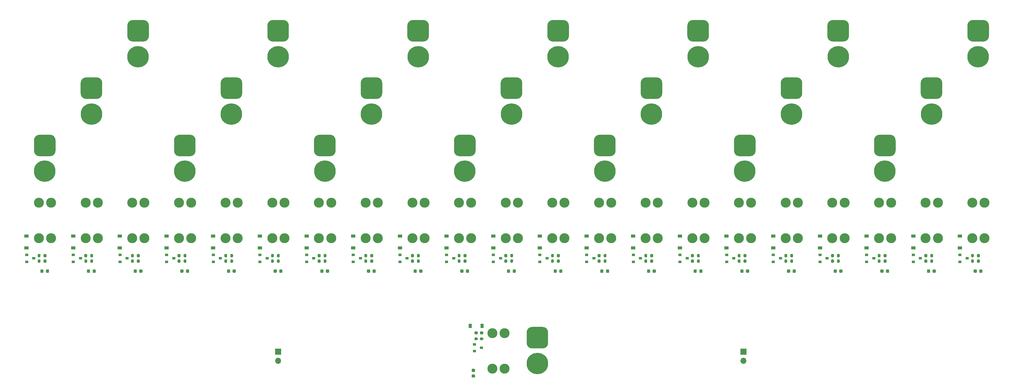
<source format=gbr>
%TF.GenerationSoftware,KiCad,Pcbnew,(5.1.7)-1*%
%TF.CreationDate,2020-11-19T07:16:12+01:00*%
%TF.ProjectId,power_distribution_v01,706f7765-725f-4646-9973-747269627574,rev?*%
%TF.SameCoordinates,Original*%
%TF.FileFunction,Soldermask,Top*%
%TF.FilePolarity,Negative*%
%FSLAX46Y46*%
G04 Gerber Fmt 4.6, Leading zero omitted, Abs format (unit mm)*
G04 Created by KiCad (PCBNEW (5.1.7)-1) date 2020-11-19 07:16:12*
%MOMM*%
%LPD*%
G01*
G04 APERTURE LIST*
%ADD10O,1.700000X1.700000*%
%ADD11R,1.700000X1.700000*%
%ADD12R,0.900000X0.800000*%
%ADD13C,6.000000*%
%ADD14C,2.780000*%
%ADD15R,1.200000X0.900000*%
%ADD16R,0.900000X1.200000*%
G04 APERTURE END LIST*
D10*
%TO.C,J102*%
X279650000Y-192540000D03*
D11*
X279650000Y-190000000D03*
%TD*%
D10*
%TO.C,J101*%
X150000000Y-192540000D03*
D11*
X150000000Y-190000000D03*
%TD*%
%TO.C,R44*%
G36*
G01*
X84663000Y-163509000D02*
X84663000Y-162959000D01*
G75*
G02*
X84863000Y-162759000I200000J0D01*
G01*
X85263000Y-162759000D01*
G75*
G02*
X85463000Y-162959000I0J-200000D01*
G01*
X85463000Y-163509000D01*
G75*
G02*
X85263000Y-163709000I-200000J0D01*
G01*
X84863000Y-163709000D01*
G75*
G02*
X84663000Y-163509000I0J200000D01*
G01*
G37*
G36*
G01*
X83013000Y-163509000D02*
X83013000Y-162959000D01*
G75*
G02*
X83213000Y-162759000I200000J0D01*
G01*
X83613000Y-162759000D01*
G75*
G02*
X83813000Y-162959000I0J-200000D01*
G01*
X83813000Y-163509000D01*
G75*
G02*
X83613000Y-163709000I-200000J0D01*
G01*
X83213000Y-163709000D01*
G75*
G02*
X83013000Y-163509000I0J200000D01*
G01*
G37*
%TD*%
%TO.C,R43*%
G36*
G01*
X84663000Y-165033000D02*
X84663000Y-164483000D01*
G75*
G02*
X84863000Y-164283000I200000J0D01*
G01*
X85263000Y-164283000D01*
G75*
G02*
X85463000Y-164483000I0J-200000D01*
G01*
X85463000Y-165033000D01*
G75*
G02*
X85263000Y-165233000I-200000J0D01*
G01*
X84863000Y-165233000D01*
G75*
G02*
X84663000Y-165033000I0J200000D01*
G01*
G37*
G36*
G01*
X83013000Y-165033000D02*
X83013000Y-164483000D01*
G75*
G02*
X83213000Y-164283000I200000J0D01*
G01*
X83613000Y-164283000D01*
G75*
G02*
X83813000Y-164483000I0J-200000D01*
G01*
X83813000Y-165033000D01*
G75*
G02*
X83613000Y-165233000I-200000J0D01*
G01*
X83213000Y-165233000D01*
G75*
G02*
X83013000Y-165033000I0J200000D01*
G01*
G37*
%TD*%
%TO.C,R42*%
G36*
G01*
X97663000Y-163509000D02*
X97663000Y-162959000D01*
G75*
G02*
X97863000Y-162759000I200000J0D01*
G01*
X98263000Y-162759000D01*
G75*
G02*
X98463000Y-162959000I0J-200000D01*
G01*
X98463000Y-163509000D01*
G75*
G02*
X98263000Y-163709000I-200000J0D01*
G01*
X97863000Y-163709000D01*
G75*
G02*
X97663000Y-163509000I0J200000D01*
G01*
G37*
G36*
G01*
X96013000Y-163509000D02*
X96013000Y-162959000D01*
G75*
G02*
X96213000Y-162759000I200000J0D01*
G01*
X96613000Y-162759000D01*
G75*
G02*
X96813000Y-162959000I0J-200000D01*
G01*
X96813000Y-163509000D01*
G75*
G02*
X96613000Y-163709000I-200000J0D01*
G01*
X96213000Y-163709000D01*
G75*
G02*
X96013000Y-163509000I0J200000D01*
G01*
G37*
%TD*%
%TO.C,R41*%
G36*
G01*
X97675000Y-165025000D02*
X97675000Y-164475000D01*
G75*
G02*
X97875000Y-164275000I200000J0D01*
G01*
X98275000Y-164275000D01*
G75*
G02*
X98475000Y-164475000I0J-200000D01*
G01*
X98475000Y-165025000D01*
G75*
G02*
X98275000Y-165225000I-200000J0D01*
G01*
X97875000Y-165225000D01*
G75*
G02*
X97675000Y-165025000I0J200000D01*
G01*
G37*
G36*
G01*
X96025000Y-165025000D02*
X96025000Y-164475000D01*
G75*
G02*
X96225000Y-164275000I200000J0D01*
G01*
X96625000Y-164275000D01*
G75*
G02*
X96825000Y-164475000I0J-200000D01*
G01*
X96825000Y-165025000D01*
G75*
G02*
X96625000Y-165225000I-200000J0D01*
G01*
X96225000Y-165225000D01*
G75*
G02*
X96025000Y-165025000I0J200000D01*
G01*
G37*
%TD*%
%TO.C,R40*%
G36*
G01*
X110663000Y-163509000D02*
X110663000Y-162959000D01*
G75*
G02*
X110863000Y-162759000I200000J0D01*
G01*
X111263000Y-162759000D01*
G75*
G02*
X111463000Y-162959000I0J-200000D01*
G01*
X111463000Y-163509000D01*
G75*
G02*
X111263000Y-163709000I-200000J0D01*
G01*
X110863000Y-163709000D01*
G75*
G02*
X110663000Y-163509000I0J200000D01*
G01*
G37*
G36*
G01*
X109013000Y-163509000D02*
X109013000Y-162959000D01*
G75*
G02*
X109213000Y-162759000I200000J0D01*
G01*
X109613000Y-162759000D01*
G75*
G02*
X109813000Y-162959000I0J-200000D01*
G01*
X109813000Y-163509000D01*
G75*
G02*
X109613000Y-163709000I-200000J0D01*
G01*
X109213000Y-163709000D01*
G75*
G02*
X109013000Y-163509000I0J200000D01*
G01*
G37*
%TD*%
%TO.C,R39*%
G36*
G01*
X110663000Y-165033000D02*
X110663000Y-164483000D01*
G75*
G02*
X110863000Y-164283000I200000J0D01*
G01*
X111263000Y-164283000D01*
G75*
G02*
X111463000Y-164483000I0J-200000D01*
G01*
X111463000Y-165033000D01*
G75*
G02*
X111263000Y-165233000I-200000J0D01*
G01*
X110863000Y-165233000D01*
G75*
G02*
X110663000Y-165033000I0J200000D01*
G01*
G37*
G36*
G01*
X109013000Y-165033000D02*
X109013000Y-164483000D01*
G75*
G02*
X109213000Y-164283000I200000J0D01*
G01*
X109613000Y-164283000D01*
G75*
G02*
X109813000Y-164483000I0J-200000D01*
G01*
X109813000Y-165033000D01*
G75*
G02*
X109613000Y-165233000I-200000J0D01*
G01*
X109213000Y-165233000D01*
G75*
G02*
X109013000Y-165033000I0J200000D01*
G01*
G37*
%TD*%
%TO.C,R38*%
G36*
G01*
X123663000Y-163509000D02*
X123663000Y-162959000D01*
G75*
G02*
X123863000Y-162759000I200000J0D01*
G01*
X124263000Y-162759000D01*
G75*
G02*
X124463000Y-162959000I0J-200000D01*
G01*
X124463000Y-163509000D01*
G75*
G02*
X124263000Y-163709000I-200000J0D01*
G01*
X123863000Y-163709000D01*
G75*
G02*
X123663000Y-163509000I0J200000D01*
G01*
G37*
G36*
G01*
X122013000Y-163509000D02*
X122013000Y-162959000D01*
G75*
G02*
X122213000Y-162759000I200000J0D01*
G01*
X122613000Y-162759000D01*
G75*
G02*
X122813000Y-162959000I0J-200000D01*
G01*
X122813000Y-163509000D01*
G75*
G02*
X122613000Y-163709000I-200000J0D01*
G01*
X122213000Y-163709000D01*
G75*
G02*
X122013000Y-163509000I0J200000D01*
G01*
G37*
%TD*%
%TO.C,R37*%
G36*
G01*
X123663000Y-165033000D02*
X123663000Y-164483000D01*
G75*
G02*
X123863000Y-164283000I200000J0D01*
G01*
X124263000Y-164283000D01*
G75*
G02*
X124463000Y-164483000I0J-200000D01*
G01*
X124463000Y-165033000D01*
G75*
G02*
X124263000Y-165233000I-200000J0D01*
G01*
X123863000Y-165233000D01*
G75*
G02*
X123663000Y-165033000I0J200000D01*
G01*
G37*
G36*
G01*
X122013000Y-165033000D02*
X122013000Y-164483000D01*
G75*
G02*
X122213000Y-164283000I200000J0D01*
G01*
X122613000Y-164283000D01*
G75*
G02*
X122813000Y-164483000I0J-200000D01*
G01*
X122813000Y-165033000D01*
G75*
G02*
X122613000Y-165233000I-200000J0D01*
G01*
X122213000Y-165233000D01*
G75*
G02*
X122013000Y-165033000I0J200000D01*
G01*
G37*
%TD*%
%TO.C,R36*%
G36*
G01*
X136663000Y-163509000D02*
X136663000Y-162959000D01*
G75*
G02*
X136863000Y-162759000I200000J0D01*
G01*
X137263000Y-162759000D01*
G75*
G02*
X137463000Y-162959000I0J-200000D01*
G01*
X137463000Y-163509000D01*
G75*
G02*
X137263000Y-163709000I-200000J0D01*
G01*
X136863000Y-163709000D01*
G75*
G02*
X136663000Y-163509000I0J200000D01*
G01*
G37*
G36*
G01*
X135013000Y-163509000D02*
X135013000Y-162959000D01*
G75*
G02*
X135213000Y-162759000I200000J0D01*
G01*
X135613000Y-162759000D01*
G75*
G02*
X135813000Y-162959000I0J-200000D01*
G01*
X135813000Y-163509000D01*
G75*
G02*
X135613000Y-163709000I-200000J0D01*
G01*
X135213000Y-163709000D01*
G75*
G02*
X135013000Y-163509000I0J200000D01*
G01*
G37*
%TD*%
%TO.C,R35*%
G36*
G01*
X136663001Y-165033000D02*
X136663001Y-164483000D01*
G75*
G02*
X136863001Y-164283000I200000J0D01*
G01*
X137263001Y-164283000D01*
G75*
G02*
X137463001Y-164483000I0J-200000D01*
G01*
X137463001Y-165033000D01*
G75*
G02*
X137263001Y-165233000I-200000J0D01*
G01*
X136863001Y-165233000D01*
G75*
G02*
X136663001Y-165033000I0J200000D01*
G01*
G37*
G36*
G01*
X135013001Y-165033000D02*
X135013001Y-164483000D01*
G75*
G02*
X135213001Y-164283000I200000J0D01*
G01*
X135613001Y-164283000D01*
G75*
G02*
X135813001Y-164483000I0J-200000D01*
G01*
X135813001Y-165033000D01*
G75*
G02*
X135613001Y-165233000I-200000J0D01*
G01*
X135213001Y-165233000D01*
G75*
G02*
X135013001Y-165033000I0J200000D01*
G01*
G37*
%TD*%
%TO.C,R34*%
G36*
G01*
X149663000Y-163509000D02*
X149663000Y-162959000D01*
G75*
G02*
X149863000Y-162759000I200000J0D01*
G01*
X150263000Y-162759000D01*
G75*
G02*
X150463000Y-162959000I0J-200000D01*
G01*
X150463000Y-163509000D01*
G75*
G02*
X150263000Y-163709000I-200000J0D01*
G01*
X149863000Y-163709000D01*
G75*
G02*
X149663000Y-163509000I0J200000D01*
G01*
G37*
G36*
G01*
X148013000Y-163509000D02*
X148013000Y-162959000D01*
G75*
G02*
X148213000Y-162759000I200000J0D01*
G01*
X148613000Y-162759000D01*
G75*
G02*
X148813000Y-162959000I0J-200000D01*
G01*
X148813000Y-163509000D01*
G75*
G02*
X148613000Y-163709000I-200000J0D01*
G01*
X148213000Y-163709000D01*
G75*
G02*
X148013000Y-163509000I0J200000D01*
G01*
G37*
%TD*%
%TO.C,R33*%
G36*
G01*
X149663000Y-165033000D02*
X149663000Y-164483000D01*
G75*
G02*
X149863000Y-164283000I200000J0D01*
G01*
X150263000Y-164283000D01*
G75*
G02*
X150463000Y-164483000I0J-200000D01*
G01*
X150463000Y-165033000D01*
G75*
G02*
X150263000Y-165233000I-200000J0D01*
G01*
X149863000Y-165233000D01*
G75*
G02*
X149663000Y-165033000I0J200000D01*
G01*
G37*
G36*
G01*
X148013000Y-165033000D02*
X148013000Y-164483000D01*
G75*
G02*
X148213000Y-164283000I200000J0D01*
G01*
X148613000Y-164283000D01*
G75*
G02*
X148813000Y-164483000I0J-200000D01*
G01*
X148813000Y-165033000D01*
G75*
G02*
X148613000Y-165233000I-200000J0D01*
G01*
X148213000Y-165233000D01*
G75*
G02*
X148013000Y-165033000I0J200000D01*
G01*
G37*
%TD*%
%TO.C,R32*%
G36*
G01*
X162663000Y-163509000D02*
X162663000Y-162959000D01*
G75*
G02*
X162863000Y-162759000I200000J0D01*
G01*
X163263000Y-162759000D01*
G75*
G02*
X163463000Y-162959000I0J-200000D01*
G01*
X163463000Y-163509000D01*
G75*
G02*
X163263000Y-163709000I-200000J0D01*
G01*
X162863000Y-163709000D01*
G75*
G02*
X162663000Y-163509000I0J200000D01*
G01*
G37*
G36*
G01*
X161013000Y-163509000D02*
X161013000Y-162959000D01*
G75*
G02*
X161213000Y-162759000I200000J0D01*
G01*
X161613000Y-162759000D01*
G75*
G02*
X161813000Y-162959000I0J-200000D01*
G01*
X161813000Y-163509000D01*
G75*
G02*
X161613000Y-163709000I-200000J0D01*
G01*
X161213000Y-163709000D01*
G75*
G02*
X161013000Y-163509000I0J200000D01*
G01*
G37*
%TD*%
%TO.C,R31*%
G36*
G01*
X162663000Y-165033000D02*
X162663000Y-164483000D01*
G75*
G02*
X162863000Y-164283000I200000J0D01*
G01*
X163263000Y-164283000D01*
G75*
G02*
X163463000Y-164483000I0J-200000D01*
G01*
X163463000Y-165033000D01*
G75*
G02*
X163263000Y-165233000I-200000J0D01*
G01*
X162863000Y-165233000D01*
G75*
G02*
X162663000Y-165033000I0J200000D01*
G01*
G37*
G36*
G01*
X161013000Y-165033000D02*
X161013000Y-164483000D01*
G75*
G02*
X161213000Y-164283000I200000J0D01*
G01*
X161613000Y-164283000D01*
G75*
G02*
X161813000Y-164483000I0J-200000D01*
G01*
X161813000Y-165033000D01*
G75*
G02*
X161613000Y-165233000I-200000J0D01*
G01*
X161213000Y-165233000D01*
G75*
G02*
X161013000Y-165033000I0J200000D01*
G01*
G37*
%TD*%
%TO.C,R30*%
G36*
G01*
X175663000Y-163509000D02*
X175663000Y-162959000D01*
G75*
G02*
X175863000Y-162759000I200000J0D01*
G01*
X176263000Y-162759000D01*
G75*
G02*
X176463000Y-162959000I0J-200000D01*
G01*
X176463000Y-163509000D01*
G75*
G02*
X176263000Y-163709000I-200000J0D01*
G01*
X175863000Y-163709000D01*
G75*
G02*
X175663000Y-163509000I0J200000D01*
G01*
G37*
G36*
G01*
X174013000Y-163509000D02*
X174013000Y-162959000D01*
G75*
G02*
X174213000Y-162759000I200000J0D01*
G01*
X174613000Y-162759000D01*
G75*
G02*
X174813000Y-162959000I0J-200000D01*
G01*
X174813000Y-163509000D01*
G75*
G02*
X174613000Y-163709000I-200000J0D01*
G01*
X174213000Y-163709000D01*
G75*
G02*
X174013000Y-163509000I0J200000D01*
G01*
G37*
%TD*%
%TO.C,R29*%
G36*
G01*
X175663000Y-165033000D02*
X175663000Y-164483000D01*
G75*
G02*
X175863000Y-164283000I200000J0D01*
G01*
X176263000Y-164283000D01*
G75*
G02*
X176463000Y-164483000I0J-200000D01*
G01*
X176463000Y-165033000D01*
G75*
G02*
X176263000Y-165233000I-200000J0D01*
G01*
X175863000Y-165233000D01*
G75*
G02*
X175663000Y-165033000I0J200000D01*
G01*
G37*
G36*
G01*
X174013000Y-165033000D02*
X174013000Y-164483000D01*
G75*
G02*
X174213000Y-164283000I200000J0D01*
G01*
X174613000Y-164283000D01*
G75*
G02*
X174813000Y-164483000I0J-200000D01*
G01*
X174813000Y-165033000D01*
G75*
G02*
X174613000Y-165233000I-200000J0D01*
G01*
X174213000Y-165233000D01*
G75*
G02*
X174013000Y-165033000I0J200000D01*
G01*
G37*
%TD*%
%TO.C,R28*%
G36*
G01*
X188663000Y-163509000D02*
X188663000Y-162959000D01*
G75*
G02*
X188863000Y-162759000I200000J0D01*
G01*
X189263000Y-162759000D01*
G75*
G02*
X189463000Y-162959000I0J-200000D01*
G01*
X189463000Y-163509000D01*
G75*
G02*
X189263000Y-163709000I-200000J0D01*
G01*
X188863000Y-163709000D01*
G75*
G02*
X188663000Y-163509000I0J200000D01*
G01*
G37*
G36*
G01*
X187013000Y-163509000D02*
X187013000Y-162959000D01*
G75*
G02*
X187213000Y-162759000I200000J0D01*
G01*
X187613000Y-162759000D01*
G75*
G02*
X187813000Y-162959000I0J-200000D01*
G01*
X187813000Y-163509000D01*
G75*
G02*
X187613000Y-163709000I-200000J0D01*
G01*
X187213000Y-163709000D01*
G75*
G02*
X187013000Y-163509000I0J200000D01*
G01*
G37*
%TD*%
%TO.C,R27*%
G36*
G01*
X188663000Y-165033000D02*
X188663000Y-164483000D01*
G75*
G02*
X188863000Y-164283000I200000J0D01*
G01*
X189263000Y-164283000D01*
G75*
G02*
X189463000Y-164483000I0J-200000D01*
G01*
X189463000Y-165033000D01*
G75*
G02*
X189263000Y-165233000I-200000J0D01*
G01*
X188863000Y-165233000D01*
G75*
G02*
X188663000Y-165033000I0J200000D01*
G01*
G37*
G36*
G01*
X187013000Y-165033000D02*
X187013000Y-164483000D01*
G75*
G02*
X187213000Y-164283000I200000J0D01*
G01*
X187613000Y-164283000D01*
G75*
G02*
X187813000Y-164483000I0J-200000D01*
G01*
X187813000Y-165033000D01*
G75*
G02*
X187613000Y-165233000I-200000J0D01*
G01*
X187213000Y-165233000D01*
G75*
G02*
X187013000Y-165033000I0J200000D01*
G01*
G37*
%TD*%
%TO.C,R26*%
G36*
G01*
X201663000Y-163509000D02*
X201663000Y-162959000D01*
G75*
G02*
X201863000Y-162759000I200000J0D01*
G01*
X202263000Y-162759000D01*
G75*
G02*
X202463000Y-162959000I0J-200000D01*
G01*
X202463000Y-163509000D01*
G75*
G02*
X202263000Y-163709000I-200000J0D01*
G01*
X201863000Y-163709000D01*
G75*
G02*
X201663000Y-163509000I0J200000D01*
G01*
G37*
G36*
G01*
X200013000Y-163509000D02*
X200013000Y-162959000D01*
G75*
G02*
X200213000Y-162759000I200000J0D01*
G01*
X200613000Y-162759000D01*
G75*
G02*
X200813000Y-162959000I0J-200000D01*
G01*
X200813000Y-163509000D01*
G75*
G02*
X200613000Y-163709000I-200000J0D01*
G01*
X200213000Y-163709000D01*
G75*
G02*
X200013000Y-163509000I0J200000D01*
G01*
G37*
%TD*%
%TO.C,R25*%
G36*
G01*
X201663000Y-165033000D02*
X201663000Y-164483000D01*
G75*
G02*
X201863000Y-164283000I200000J0D01*
G01*
X202263000Y-164283000D01*
G75*
G02*
X202463000Y-164483000I0J-200000D01*
G01*
X202463000Y-165033000D01*
G75*
G02*
X202263000Y-165233000I-200000J0D01*
G01*
X201863000Y-165233000D01*
G75*
G02*
X201663000Y-165033000I0J200000D01*
G01*
G37*
G36*
G01*
X200013000Y-165033000D02*
X200013000Y-164483000D01*
G75*
G02*
X200213000Y-164283000I200000J0D01*
G01*
X200613000Y-164283000D01*
G75*
G02*
X200813000Y-164483000I0J-200000D01*
G01*
X200813000Y-165033000D01*
G75*
G02*
X200613000Y-165233000I-200000J0D01*
G01*
X200213000Y-165233000D01*
G75*
G02*
X200013000Y-165033000I0J200000D01*
G01*
G37*
%TD*%
%TO.C,R24*%
G36*
G01*
X214663000Y-163509000D02*
X214663000Y-162959000D01*
G75*
G02*
X214863000Y-162759000I200000J0D01*
G01*
X215263000Y-162759000D01*
G75*
G02*
X215463000Y-162959000I0J-200000D01*
G01*
X215463000Y-163509000D01*
G75*
G02*
X215263000Y-163709000I-200000J0D01*
G01*
X214863000Y-163709000D01*
G75*
G02*
X214663000Y-163509000I0J200000D01*
G01*
G37*
G36*
G01*
X213013000Y-163509000D02*
X213013000Y-162959000D01*
G75*
G02*
X213213000Y-162759000I200000J0D01*
G01*
X213613000Y-162759000D01*
G75*
G02*
X213813000Y-162959000I0J-200000D01*
G01*
X213813000Y-163509000D01*
G75*
G02*
X213613000Y-163709000I-200000J0D01*
G01*
X213213000Y-163709000D01*
G75*
G02*
X213013000Y-163509000I0J200000D01*
G01*
G37*
%TD*%
%TO.C,R23*%
G36*
G01*
X214663001Y-165033000D02*
X214663001Y-164483000D01*
G75*
G02*
X214863001Y-164283000I200000J0D01*
G01*
X215263001Y-164283000D01*
G75*
G02*
X215463001Y-164483000I0J-200000D01*
G01*
X215463001Y-165033000D01*
G75*
G02*
X215263001Y-165233000I-200000J0D01*
G01*
X214863001Y-165233000D01*
G75*
G02*
X214663001Y-165033000I0J200000D01*
G01*
G37*
G36*
G01*
X213013001Y-165033000D02*
X213013001Y-164483000D01*
G75*
G02*
X213213001Y-164283000I200000J0D01*
G01*
X213613001Y-164283000D01*
G75*
G02*
X213813001Y-164483000I0J-200000D01*
G01*
X213813001Y-165033000D01*
G75*
G02*
X213613001Y-165233000I-200000J0D01*
G01*
X213213001Y-165233000D01*
G75*
G02*
X213013001Y-165033000I0J200000D01*
G01*
G37*
%TD*%
%TO.C,R22*%
G36*
G01*
X227663000Y-163509000D02*
X227663000Y-162959000D01*
G75*
G02*
X227863000Y-162759000I200000J0D01*
G01*
X228263000Y-162759000D01*
G75*
G02*
X228463000Y-162959000I0J-200000D01*
G01*
X228463000Y-163509000D01*
G75*
G02*
X228263000Y-163709000I-200000J0D01*
G01*
X227863000Y-163709000D01*
G75*
G02*
X227663000Y-163509000I0J200000D01*
G01*
G37*
G36*
G01*
X226013000Y-163509000D02*
X226013000Y-162959000D01*
G75*
G02*
X226213000Y-162759000I200000J0D01*
G01*
X226613000Y-162759000D01*
G75*
G02*
X226813000Y-162959000I0J-200000D01*
G01*
X226813000Y-163509000D01*
G75*
G02*
X226613000Y-163709000I-200000J0D01*
G01*
X226213000Y-163709000D01*
G75*
G02*
X226013000Y-163509000I0J200000D01*
G01*
G37*
%TD*%
%TO.C,R21*%
G36*
G01*
X227663000Y-165033000D02*
X227663000Y-164483000D01*
G75*
G02*
X227863000Y-164283000I200000J0D01*
G01*
X228263000Y-164283000D01*
G75*
G02*
X228463000Y-164483000I0J-200000D01*
G01*
X228463000Y-165033000D01*
G75*
G02*
X228263000Y-165233000I-200000J0D01*
G01*
X227863000Y-165233000D01*
G75*
G02*
X227663000Y-165033000I0J200000D01*
G01*
G37*
G36*
G01*
X226013000Y-165033000D02*
X226013000Y-164483000D01*
G75*
G02*
X226213000Y-164283000I200000J0D01*
G01*
X226613000Y-164283000D01*
G75*
G02*
X226813000Y-164483000I0J-200000D01*
G01*
X226813000Y-165033000D01*
G75*
G02*
X226613000Y-165233000I-200000J0D01*
G01*
X226213000Y-165233000D01*
G75*
G02*
X226013000Y-165033000I0J200000D01*
G01*
G37*
%TD*%
%TO.C,R20*%
G36*
G01*
X240663000Y-163509000D02*
X240663000Y-162959000D01*
G75*
G02*
X240863000Y-162759000I200000J0D01*
G01*
X241263000Y-162759000D01*
G75*
G02*
X241463000Y-162959000I0J-200000D01*
G01*
X241463000Y-163509000D01*
G75*
G02*
X241263000Y-163709000I-200000J0D01*
G01*
X240863000Y-163709000D01*
G75*
G02*
X240663000Y-163509000I0J200000D01*
G01*
G37*
G36*
G01*
X239013000Y-163509000D02*
X239013000Y-162959000D01*
G75*
G02*
X239213000Y-162759000I200000J0D01*
G01*
X239613000Y-162759000D01*
G75*
G02*
X239813000Y-162959000I0J-200000D01*
G01*
X239813000Y-163509000D01*
G75*
G02*
X239613000Y-163709000I-200000J0D01*
G01*
X239213000Y-163709000D01*
G75*
G02*
X239013000Y-163509000I0J200000D01*
G01*
G37*
%TD*%
%TO.C,R19*%
G36*
G01*
X240663000Y-165033000D02*
X240663000Y-164483000D01*
G75*
G02*
X240863000Y-164283000I200000J0D01*
G01*
X241263000Y-164283000D01*
G75*
G02*
X241463000Y-164483000I0J-200000D01*
G01*
X241463000Y-165033000D01*
G75*
G02*
X241263000Y-165233000I-200000J0D01*
G01*
X240863000Y-165233000D01*
G75*
G02*
X240663000Y-165033000I0J200000D01*
G01*
G37*
G36*
G01*
X239013000Y-165033000D02*
X239013000Y-164483000D01*
G75*
G02*
X239213000Y-164283000I200000J0D01*
G01*
X239613000Y-164283000D01*
G75*
G02*
X239813000Y-164483000I0J-200000D01*
G01*
X239813000Y-165033000D01*
G75*
G02*
X239613000Y-165233000I-200000J0D01*
G01*
X239213000Y-165233000D01*
G75*
G02*
X239013000Y-165033000I0J200000D01*
G01*
G37*
%TD*%
%TO.C,R18*%
G36*
G01*
X253663000Y-163509000D02*
X253663000Y-162959000D01*
G75*
G02*
X253863000Y-162759000I200000J0D01*
G01*
X254263000Y-162759000D01*
G75*
G02*
X254463000Y-162959000I0J-200000D01*
G01*
X254463000Y-163509000D01*
G75*
G02*
X254263000Y-163709000I-200000J0D01*
G01*
X253863000Y-163709000D01*
G75*
G02*
X253663000Y-163509000I0J200000D01*
G01*
G37*
G36*
G01*
X252013000Y-163509000D02*
X252013000Y-162959000D01*
G75*
G02*
X252213000Y-162759000I200000J0D01*
G01*
X252613000Y-162759000D01*
G75*
G02*
X252813000Y-162959000I0J-200000D01*
G01*
X252813000Y-163509000D01*
G75*
G02*
X252613000Y-163709000I-200000J0D01*
G01*
X252213000Y-163709000D01*
G75*
G02*
X252013000Y-163509000I0J200000D01*
G01*
G37*
%TD*%
%TO.C,R17*%
G36*
G01*
X253663000Y-165033000D02*
X253663000Y-164483000D01*
G75*
G02*
X253863000Y-164283000I200000J0D01*
G01*
X254263000Y-164283000D01*
G75*
G02*
X254463000Y-164483000I0J-200000D01*
G01*
X254463000Y-165033000D01*
G75*
G02*
X254263000Y-165233000I-200000J0D01*
G01*
X253863000Y-165233000D01*
G75*
G02*
X253663000Y-165033000I0J200000D01*
G01*
G37*
G36*
G01*
X252013000Y-165033000D02*
X252013000Y-164483000D01*
G75*
G02*
X252213000Y-164283000I200000J0D01*
G01*
X252613000Y-164283000D01*
G75*
G02*
X252813000Y-164483000I0J-200000D01*
G01*
X252813000Y-165033000D01*
G75*
G02*
X252613000Y-165233000I-200000J0D01*
G01*
X252213000Y-165233000D01*
G75*
G02*
X252013000Y-165033000I0J200000D01*
G01*
G37*
%TD*%
%TO.C,R16*%
G36*
G01*
X266663000Y-163509000D02*
X266663000Y-162959000D01*
G75*
G02*
X266863000Y-162759000I200000J0D01*
G01*
X267263000Y-162759000D01*
G75*
G02*
X267463000Y-162959000I0J-200000D01*
G01*
X267463000Y-163509000D01*
G75*
G02*
X267263000Y-163709000I-200000J0D01*
G01*
X266863000Y-163709000D01*
G75*
G02*
X266663000Y-163509000I0J200000D01*
G01*
G37*
G36*
G01*
X265013000Y-163509000D02*
X265013000Y-162959000D01*
G75*
G02*
X265213000Y-162759000I200000J0D01*
G01*
X265613000Y-162759000D01*
G75*
G02*
X265813000Y-162959000I0J-200000D01*
G01*
X265813000Y-163509000D01*
G75*
G02*
X265613000Y-163709000I-200000J0D01*
G01*
X265213000Y-163709000D01*
G75*
G02*
X265013000Y-163509000I0J200000D01*
G01*
G37*
%TD*%
%TO.C,R15*%
G36*
G01*
X266663000Y-165033000D02*
X266663000Y-164483000D01*
G75*
G02*
X266863000Y-164283000I200000J0D01*
G01*
X267263000Y-164283000D01*
G75*
G02*
X267463000Y-164483000I0J-200000D01*
G01*
X267463000Y-165033000D01*
G75*
G02*
X267263000Y-165233000I-200000J0D01*
G01*
X266863000Y-165233000D01*
G75*
G02*
X266663000Y-165033000I0J200000D01*
G01*
G37*
G36*
G01*
X265013000Y-165033000D02*
X265013000Y-164483000D01*
G75*
G02*
X265213000Y-164283000I200000J0D01*
G01*
X265613000Y-164283000D01*
G75*
G02*
X265813000Y-164483000I0J-200000D01*
G01*
X265813000Y-165033000D01*
G75*
G02*
X265613000Y-165233000I-200000J0D01*
G01*
X265213000Y-165233000D01*
G75*
G02*
X265013000Y-165033000I0J200000D01*
G01*
G37*
%TD*%
%TO.C,R14*%
G36*
G01*
X279663000Y-163509000D02*
X279663000Y-162959000D01*
G75*
G02*
X279863000Y-162759000I200000J0D01*
G01*
X280263000Y-162759000D01*
G75*
G02*
X280463000Y-162959000I0J-200000D01*
G01*
X280463000Y-163509000D01*
G75*
G02*
X280263000Y-163709000I-200000J0D01*
G01*
X279863000Y-163709000D01*
G75*
G02*
X279663000Y-163509000I0J200000D01*
G01*
G37*
G36*
G01*
X278013000Y-163509000D02*
X278013000Y-162959000D01*
G75*
G02*
X278213000Y-162759000I200000J0D01*
G01*
X278613000Y-162759000D01*
G75*
G02*
X278813000Y-162959000I0J-200000D01*
G01*
X278813000Y-163509000D01*
G75*
G02*
X278613000Y-163709000I-200000J0D01*
G01*
X278213000Y-163709000D01*
G75*
G02*
X278013000Y-163509000I0J200000D01*
G01*
G37*
%TD*%
%TO.C,R13*%
G36*
G01*
X279663000Y-165033000D02*
X279663000Y-164483000D01*
G75*
G02*
X279863000Y-164283000I200000J0D01*
G01*
X280263000Y-164283000D01*
G75*
G02*
X280463000Y-164483000I0J-200000D01*
G01*
X280463000Y-165033000D01*
G75*
G02*
X280263000Y-165233000I-200000J0D01*
G01*
X279863000Y-165233000D01*
G75*
G02*
X279663000Y-165033000I0J200000D01*
G01*
G37*
G36*
G01*
X278013000Y-165033000D02*
X278013000Y-164483000D01*
G75*
G02*
X278213000Y-164283000I200000J0D01*
G01*
X278613000Y-164283000D01*
G75*
G02*
X278813000Y-164483000I0J-200000D01*
G01*
X278813000Y-165033000D01*
G75*
G02*
X278613000Y-165233000I-200000J0D01*
G01*
X278213000Y-165233000D01*
G75*
G02*
X278013000Y-165033000I0J200000D01*
G01*
G37*
%TD*%
%TO.C,R12*%
G36*
G01*
X292663000Y-163509000D02*
X292663000Y-162959000D01*
G75*
G02*
X292863000Y-162759000I200000J0D01*
G01*
X293263000Y-162759000D01*
G75*
G02*
X293463000Y-162959000I0J-200000D01*
G01*
X293463000Y-163509000D01*
G75*
G02*
X293263000Y-163709000I-200000J0D01*
G01*
X292863000Y-163709000D01*
G75*
G02*
X292663000Y-163509000I0J200000D01*
G01*
G37*
G36*
G01*
X291013000Y-163509000D02*
X291013000Y-162959000D01*
G75*
G02*
X291213000Y-162759000I200000J0D01*
G01*
X291613000Y-162759000D01*
G75*
G02*
X291813000Y-162959000I0J-200000D01*
G01*
X291813000Y-163509000D01*
G75*
G02*
X291613000Y-163709000I-200000J0D01*
G01*
X291213000Y-163709000D01*
G75*
G02*
X291013000Y-163509000I0J200000D01*
G01*
G37*
%TD*%
%TO.C,R11*%
G36*
G01*
X292663000Y-165033000D02*
X292663000Y-164483000D01*
G75*
G02*
X292863000Y-164283000I200000J0D01*
G01*
X293263000Y-164283000D01*
G75*
G02*
X293463000Y-164483000I0J-200000D01*
G01*
X293463000Y-165033000D01*
G75*
G02*
X293263000Y-165233000I-200000J0D01*
G01*
X292863000Y-165233000D01*
G75*
G02*
X292663000Y-165033000I0J200000D01*
G01*
G37*
G36*
G01*
X291013000Y-165033000D02*
X291013000Y-164483000D01*
G75*
G02*
X291213000Y-164283000I200000J0D01*
G01*
X291613000Y-164283000D01*
G75*
G02*
X291813000Y-164483000I0J-200000D01*
G01*
X291813000Y-165033000D01*
G75*
G02*
X291613000Y-165233000I-200000J0D01*
G01*
X291213000Y-165233000D01*
G75*
G02*
X291013000Y-165033000I0J200000D01*
G01*
G37*
%TD*%
%TO.C,R10*%
G36*
G01*
X305663000Y-163509000D02*
X305663000Y-162959000D01*
G75*
G02*
X305863000Y-162759000I200000J0D01*
G01*
X306263000Y-162759000D01*
G75*
G02*
X306463000Y-162959000I0J-200000D01*
G01*
X306463000Y-163509000D01*
G75*
G02*
X306263000Y-163709000I-200000J0D01*
G01*
X305863000Y-163709000D01*
G75*
G02*
X305663000Y-163509000I0J200000D01*
G01*
G37*
G36*
G01*
X304013000Y-163509000D02*
X304013000Y-162959000D01*
G75*
G02*
X304213000Y-162759000I200000J0D01*
G01*
X304613000Y-162759000D01*
G75*
G02*
X304813000Y-162959000I0J-200000D01*
G01*
X304813000Y-163509000D01*
G75*
G02*
X304613000Y-163709000I-200000J0D01*
G01*
X304213000Y-163709000D01*
G75*
G02*
X304013000Y-163509000I0J200000D01*
G01*
G37*
%TD*%
%TO.C,R9*%
G36*
G01*
X305663000Y-165033000D02*
X305663000Y-164483000D01*
G75*
G02*
X305863000Y-164283000I200000J0D01*
G01*
X306263000Y-164283000D01*
G75*
G02*
X306463000Y-164483000I0J-200000D01*
G01*
X306463000Y-165033000D01*
G75*
G02*
X306263000Y-165233000I-200000J0D01*
G01*
X305863000Y-165233000D01*
G75*
G02*
X305663000Y-165033000I0J200000D01*
G01*
G37*
G36*
G01*
X304013000Y-165033000D02*
X304013000Y-164483000D01*
G75*
G02*
X304213000Y-164283000I200000J0D01*
G01*
X304613000Y-164283000D01*
G75*
G02*
X304813000Y-164483000I0J-200000D01*
G01*
X304813000Y-165033000D01*
G75*
G02*
X304613000Y-165233000I-200000J0D01*
G01*
X304213000Y-165233000D01*
G75*
G02*
X304013000Y-165033000I0J200000D01*
G01*
G37*
%TD*%
%TO.C,R8*%
G36*
G01*
X318663000Y-163509000D02*
X318663000Y-162959000D01*
G75*
G02*
X318863000Y-162759000I200000J0D01*
G01*
X319263000Y-162759000D01*
G75*
G02*
X319463000Y-162959000I0J-200000D01*
G01*
X319463000Y-163509000D01*
G75*
G02*
X319263000Y-163709000I-200000J0D01*
G01*
X318863000Y-163709000D01*
G75*
G02*
X318663000Y-163509000I0J200000D01*
G01*
G37*
G36*
G01*
X317013000Y-163509000D02*
X317013000Y-162959000D01*
G75*
G02*
X317213000Y-162759000I200000J0D01*
G01*
X317613000Y-162759000D01*
G75*
G02*
X317813000Y-162959000I0J-200000D01*
G01*
X317813000Y-163509000D01*
G75*
G02*
X317613000Y-163709000I-200000J0D01*
G01*
X317213000Y-163709000D01*
G75*
G02*
X317013000Y-163509000I0J200000D01*
G01*
G37*
%TD*%
%TO.C,R7*%
G36*
G01*
X318663000Y-165033000D02*
X318663000Y-164483000D01*
G75*
G02*
X318863000Y-164283000I200000J0D01*
G01*
X319263000Y-164283000D01*
G75*
G02*
X319463000Y-164483000I0J-200000D01*
G01*
X319463000Y-165033000D01*
G75*
G02*
X319263000Y-165233000I-200000J0D01*
G01*
X318863000Y-165233000D01*
G75*
G02*
X318663000Y-165033000I0J200000D01*
G01*
G37*
G36*
G01*
X317013000Y-165033000D02*
X317013000Y-164483000D01*
G75*
G02*
X317213000Y-164283000I200000J0D01*
G01*
X317613000Y-164283000D01*
G75*
G02*
X317813000Y-164483000I0J-200000D01*
G01*
X317813000Y-165033000D01*
G75*
G02*
X317613000Y-165233000I-200000J0D01*
G01*
X317213000Y-165233000D01*
G75*
G02*
X317013000Y-165033000I0J200000D01*
G01*
G37*
%TD*%
%TO.C,R6*%
G36*
G01*
X331663000Y-163509000D02*
X331663000Y-162959000D01*
G75*
G02*
X331863000Y-162759000I200000J0D01*
G01*
X332263000Y-162759000D01*
G75*
G02*
X332463000Y-162959000I0J-200000D01*
G01*
X332463000Y-163509000D01*
G75*
G02*
X332263000Y-163709000I-200000J0D01*
G01*
X331863000Y-163709000D01*
G75*
G02*
X331663000Y-163509000I0J200000D01*
G01*
G37*
G36*
G01*
X330013000Y-163509000D02*
X330013000Y-162959000D01*
G75*
G02*
X330213000Y-162759000I200000J0D01*
G01*
X330613000Y-162759000D01*
G75*
G02*
X330813000Y-162959000I0J-200000D01*
G01*
X330813000Y-163509000D01*
G75*
G02*
X330613000Y-163709000I-200000J0D01*
G01*
X330213000Y-163709000D01*
G75*
G02*
X330013000Y-163509000I0J200000D01*
G01*
G37*
%TD*%
%TO.C,R5*%
G36*
G01*
X331663000Y-165033000D02*
X331663000Y-164483000D01*
G75*
G02*
X331863000Y-164283000I200000J0D01*
G01*
X332263000Y-164283000D01*
G75*
G02*
X332463000Y-164483000I0J-200000D01*
G01*
X332463000Y-165033000D01*
G75*
G02*
X332263000Y-165233000I-200000J0D01*
G01*
X331863000Y-165233000D01*
G75*
G02*
X331663000Y-165033000I0J200000D01*
G01*
G37*
G36*
G01*
X330013000Y-165033000D02*
X330013000Y-164483000D01*
G75*
G02*
X330213000Y-164283000I200000J0D01*
G01*
X330613000Y-164283000D01*
G75*
G02*
X330813000Y-164483000I0J-200000D01*
G01*
X330813000Y-165033000D01*
G75*
G02*
X330613000Y-165233000I-200000J0D01*
G01*
X330213000Y-165233000D01*
G75*
G02*
X330013000Y-165033000I0J200000D01*
G01*
G37*
%TD*%
%TO.C,R4*%
G36*
G01*
X344663000Y-163509000D02*
X344663000Y-162959000D01*
G75*
G02*
X344863000Y-162759000I200000J0D01*
G01*
X345263000Y-162759000D01*
G75*
G02*
X345463000Y-162959000I0J-200000D01*
G01*
X345463000Y-163509000D01*
G75*
G02*
X345263000Y-163709000I-200000J0D01*
G01*
X344863000Y-163709000D01*
G75*
G02*
X344663000Y-163509000I0J200000D01*
G01*
G37*
G36*
G01*
X343013000Y-163509000D02*
X343013000Y-162959000D01*
G75*
G02*
X343213000Y-162759000I200000J0D01*
G01*
X343613000Y-162759000D01*
G75*
G02*
X343813000Y-162959000I0J-200000D01*
G01*
X343813000Y-163509000D01*
G75*
G02*
X343613000Y-163709000I-200000J0D01*
G01*
X343213000Y-163709000D01*
G75*
G02*
X343013000Y-163509000I0J200000D01*
G01*
G37*
%TD*%
%TO.C,R3*%
G36*
G01*
X344663000Y-165033000D02*
X344663000Y-164483000D01*
G75*
G02*
X344863000Y-164283000I200000J0D01*
G01*
X345263000Y-164283000D01*
G75*
G02*
X345463000Y-164483000I0J-200000D01*
G01*
X345463000Y-165033000D01*
G75*
G02*
X345263000Y-165233000I-200000J0D01*
G01*
X344863000Y-165233000D01*
G75*
G02*
X344663000Y-165033000I0J200000D01*
G01*
G37*
G36*
G01*
X343013000Y-165033000D02*
X343013000Y-164483000D01*
G75*
G02*
X343213000Y-164283000I200000J0D01*
G01*
X343613000Y-164283000D01*
G75*
G02*
X343813000Y-164483000I0J-200000D01*
G01*
X343813000Y-165033000D01*
G75*
G02*
X343613000Y-165233000I-200000J0D01*
G01*
X343213000Y-165233000D01*
G75*
G02*
X343013000Y-165033000I0J200000D01*
G01*
G37*
%TD*%
D12*
%TO.C,Q22*%
X81936000Y-163996000D03*
X79936000Y-164946000D03*
X79936000Y-163046000D03*
%TD*%
%TO.C,Q21*%
X94936000Y-163996000D03*
X92936000Y-164946000D03*
X92936000Y-163046000D03*
%TD*%
%TO.C,Q20*%
X107936000Y-163996000D03*
X105936000Y-164946000D03*
X105936000Y-163046000D03*
%TD*%
%TO.C,Q19*%
X120936000Y-163996000D03*
X118936000Y-164946000D03*
X118936000Y-163046000D03*
%TD*%
%TO.C,Q18*%
X133936000Y-163996000D03*
X131936000Y-164946000D03*
X131936000Y-163046000D03*
%TD*%
%TO.C,Q17*%
X146936000Y-163996000D03*
X144936000Y-164946000D03*
X144936000Y-163046000D03*
%TD*%
%TO.C,Q16*%
X159936000Y-163996000D03*
X157936000Y-164946000D03*
X157936000Y-163046000D03*
%TD*%
%TO.C,Q15*%
X172936000Y-163996000D03*
X170936000Y-164946000D03*
X170936000Y-163046000D03*
%TD*%
%TO.C,Q14*%
X185936000Y-163996000D03*
X183936000Y-164946000D03*
X183936000Y-163046000D03*
%TD*%
%TO.C,Q13*%
X198936000Y-163996000D03*
X196936000Y-164946000D03*
X196936000Y-163046000D03*
%TD*%
%TO.C,Q12*%
X211936000Y-163996000D03*
X209936000Y-164946000D03*
X209936000Y-163046000D03*
%TD*%
%TO.C,Q11*%
X224936000Y-163996000D03*
X222936000Y-164946000D03*
X222936000Y-163046000D03*
%TD*%
%TO.C,Q10*%
X237936000Y-163996000D03*
X235936000Y-164946000D03*
X235936000Y-163046000D03*
%TD*%
%TO.C,Q9*%
X250936000Y-163996000D03*
X248936000Y-164946000D03*
X248936000Y-163046000D03*
%TD*%
%TO.C,Q8*%
X263936000Y-163996000D03*
X261936000Y-164946000D03*
X261936000Y-163046000D03*
%TD*%
%TO.C,Q7*%
X276936000Y-163996000D03*
X274936000Y-164946000D03*
X274936000Y-163046000D03*
%TD*%
%TO.C,Q6*%
X289936000Y-163996000D03*
X287936000Y-164946000D03*
X287936000Y-163046000D03*
%TD*%
%TO.C,Q5*%
X302936000Y-163996000D03*
X300936000Y-164946000D03*
X300936000Y-163046000D03*
%TD*%
%TO.C,Q4*%
X315936000Y-163996000D03*
X313936000Y-164946000D03*
X313936000Y-163046000D03*
%TD*%
%TO.C,Q3*%
X328936000Y-163996000D03*
X326936000Y-164946000D03*
X326936000Y-163046000D03*
%TD*%
%TO.C,Q2*%
X341936000Y-163996000D03*
X339936000Y-164946000D03*
X339936000Y-163046000D03*
%TD*%
%TO.C,J22*%
G36*
G01*
X83500000Y-129500000D02*
X86500000Y-129500000D01*
G75*
G02*
X88000000Y-131000000I0J-1500000D01*
G01*
X88000000Y-134000000D01*
G75*
G02*
X86500000Y-135500000I-1500000J0D01*
G01*
X83500000Y-135500000D01*
G75*
G02*
X82000000Y-134000000I0J1500000D01*
G01*
X82000000Y-131000000D01*
G75*
G02*
X83500000Y-129500000I1500000J0D01*
G01*
G37*
D13*
X85000000Y-139700000D03*
%TD*%
%TO.C,J21*%
G36*
G01*
X96500000Y-113500000D02*
X99500000Y-113500000D01*
G75*
G02*
X101000000Y-115000000I0J-1500000D01*
G01*
X101000000Y-118000000D01*
G75*
G02*
X99500000Y-119500000I-1500000J0D01*
G01*
X96500000Y-119500000D01*
G75*
G02*
X95000000Y-118000000I0J1500000D01*
G01*
X95000000Y-115000000D01*
G75*
G02*
X96500000Y-113500000I1500000J0D01*
G01*
G37*
X98000000Y-123700000D03*
%TD*%
%TO.C,J20*%
G36*
G01*
X109500000Y-97500000D02*
X112500000Y-97500000D01*
G75*
G02*
X114000000Y-99000000I0J-1500000D01*
G01*
X114000000Y-102000000D01*
G75*
G02*
X112500000Y-103500000I-1500000J0D01*
G01*
X109500000Y-103500000D01*
G75*
G02*
X108000000Y-102000000I0J1500000D01*
G01*
X108000000Y-99000000D01*
G75*
G02*
X109500000Y-97500000I1500000J0D01*
G01*
G37*
X111000000Y-107700000D03*
%TD*%
%TO.C,J19*%
G36*
G01*
X122500000Y-129500000D02*
X125500000Y-129500000D01*
G75*
G02*
X127000000Y-131000000I0J-1500000D01*
G01*
X127000000Y-134000000D01*
G75*
G02*
X125500000Y-135500000I-1500000J0D01*
G01*
X122500000Y-135500000D01*
G75*
G02*
X121000000Y-134000000I0J1500000D01*
G01*
X121000000Y-131000000D01*
G75*
G02*
X122500000Y-129500000I1500000J0D01*
G01*
G37*
X124000000Y-139700000D03*
%TD*%
%TO.C,J18*%
G36*
G01*
X135500000Y-113500000D02*
X138500000Y-113500000D01*
G75*
G02*
X140000000Y-115000000I0J-1500000D01*
G01*
X140000000Y-118000000D01*
G75*
G02*
X138500000Y-119500000I-1500000J0D01*
G01*
X135500000Y-119500000D01*
G75*
G02*
X134000000Y-118000000I0J1500000D01*
G01*
X134000000Y-115000000D01*
G75*
G02*
X135500000Y-113500000I1500000J0D01*
G01*
G37*
X137000000Y-123700000D03*
%TD*%
%TO.C,J17*%
G36*
G01*
X148500000Y-97500000D02*
X151500000Y-97500000D01*
G75*
G02*
X153000000Y-99000000I0J-1500000D01*
G01*
X153000000Y-102000000D01*
G75*
G02*
X151500000Y-103500000I-1500000J0D01*
G01*
X148500000Y-103500000D01*
G75*
G02*
X147000000Y-102000000I0J1500000D01*
G01*
X147000000Y-99000000D01*
G75*
G02*
X148500000Y-97500000I1500000J0D01*
G01*
G37*
X150000000Y-107700000D03*
%TD*%
%TO.C,J16*%
G36*
G01*
X161500000Y-129500000D02*
X164500000Y-129500000D01*
G75*
G02*
X166000000Y-131000000I0J-1500000D01*
G01*
X166000000Y-134000000D01*
G75*
G02*
X164500000Y-135500000I-1500000J0D01*
G01*
X161500000Y-135500000D01*
G75*
G02*
X160000000Y-134000000I0J1500000D01*
G01*
X160000000Y-131000000D01*
G75*
G02*
X161500000Y-129500000I1500000J0D01*
G01*
G37*
X163000000Y-139700000D03*
%TD*%
%TO.C,J15*%
G36*
G01*
X174500000Y-113500000D02*
X177500000Y-113500000D01*
G75*
G02*
X179000000Y-115000000I0J-1500000D01*
G01*
X179000000Y-118000000D01*
G75*
G02*
X177500000Y-119500000I-1500000J0D01*
G01*
X174500000Y-119500000D01*
G75*
G02*
X173000000Y-118000000I0J1500000D01*
G01*
X173000000Y-115000000D01*
G75*
G02*
X174500000Y-113500000I1500000J0D01*
G01*
G37*
X176000000Y-123700000D03*
%TD*%
%TO.C,J14*%
G36*
G01*
X187500000Y-97500000D02*
X190500000Y-97500000D01*
G75*
G02*
X192000000Y-99000000I0J-1500000D01*
G01*
X192000000Y-102000000D01*
G75*
G02*
X190500000Y-103500000I-1500000J0D01*
G01*
X187500000Y-103500000D01*
G75*
G02*
X186000000Y-102000000I0J1500000D01*
G01*
X186000000Y-99000000D01*
G75*
G02*
X187500000Y-97500000I1500000J0D01*
G01*
G37*
X189000000Y-107700000D03*
%TD*%
%TO.C,J13*%
G36*
G01*
X200500000Y-129500000D02*
X203500000Y-129500000D01*
G75*
G02*
X205000000Y-131000000I0J-1500000D01*
G01*
X205000000Y-134000000D01*
G75*
G02*
X203500000Y-135500000I-1500000J0D01*
G01*
X200500000Y-135500000D01*
G75*
G02*
X199000000Y-134000000I0J1500000D01*
G01*
X199000000Y-131000000D01*
G75*
G02*
X200500000Y-129500000I1500000J0D01*
G01*
G37*
X202000000Y-139700000D03*
%TD*%
%TO.C,J12*%
G36*
G01*
X213500000Y-113500000D02*
X216500000Y-113500000D01*
G75*
G02*
X218000000Y-115000000I0J-1500000D01*
G01*
X218000000Y-118000000D01*
G75*
G02*
X216500000Y-119500000I-1500000J0D01*
G01*
X213500000Y-119500000D01*
G75*
G02*
X212000000Y-118000000I0J1500000D01*
G01*
X212000000Y-115000000D01*
G75*
G02*
X213500000Y-113500000I1500000J0D01*
G01*
G37*
X215000000Y-123700000D03*
%TD*%
%TO.C,J11*%
G36*
G01*
X226500000Y-97500000D02*
X229500000Y-97500000D01*
G75*
G02*
X231000000Y-99000000I0J-1500000D01*
G01*
X231000000Y-102000000D01*
G75*
G02*
X229500000Y-103500000I-1500000J0D01*
G01*
X226500000Y-103500000D01*
G75*
G02*
X225000000Y-102000000I0J1500000D01*
G01*
X225000000Y-99000000D01*
G75*
G02*
X226500000Y-97500000I1500000J0D01*
G01*
G37*
X228000000Y-107700000D03*
%TD*%
%TO.C,J10*%
G36*
G01*
X239500000Y-129500000D02*
X242500000Y-129500000D01*
G75*
G02*
X244000000Y-131000000I0J-1500000D01*
G01*
X244000000Y-134000000D01*
G75*
G02*
X242500000Y-135500000I-1500000J0D01*
G01*
X239500000Y-135500000D01*
G75*
G02*
X238000000Y-134000000I0J1500000D01*
G01*
X238000000Y-131000000D01*
G75*
G02*
X239500000Y-129500000I1500000J0D01*
G01*
G37*
X241000000Y-139700000D03*
%TD*%
%TO.C,J9*%
G36*
G01*
X252500000Y-113500000D02*
X255500000Y-113500000D01*
G75*
G02*
X257000000Y-115000000I0J-1500000D01*
G01*
X257000000Y-118000000D01*
G75*
G02*
X255500000Y-119500000I-1500000J0D01*
G01*
X252500000Y-119500000D01*
G75*
G02*
X251000000Y-118000000I0J1500000D01*
G01*
X251000000Y-115000000D01*
G75*
G02*
X252500000Y-113500000I1500000J0D01*
G01*
G37*
X254000000Y-123700000D03*
%TD*%
%TO.C,J8*%
G36*
G01*
X265500000Y-97500000D02*
X268500000Y-97500000D01*
G75*
G02*
X270000000Y-99000000I0J-1500000D01*
G01*
X270000000Y-102000000D01*
G75*
G02*
X268500000Y-103500000I-1500000J0D01*
G01*
X265500000Y-103500000D01*
G75*
G02*
X264000000Y-102000000I0J1500000D01*
G01*
X264000000Y-99000000D01*
G75*
G02*
X265500000Y-97500000I1500000J0D01*
G01*
G37*
X267000000Y-107700000D03*
%TD*%
%TO.C,J7*%
G36*
G01*
X278500000Y-129500000D02*
X281500000Y-129500000D01*
G75*
G02*
X283000000Y-131000000I0J-1500000D01*
G01*
X283000000Y-134000000D01*
G75*
G02*
X281500000Y-135500000I-1500000J0D01*
G01*
X278500000Y-135500000D01*
G75*
G02*
X277000000Y-134000000I0J1500000D01*
G01*
X277000000Y-131000000D01*
G75*
G02*
X278500000Y-129500000I1500000J0D01*
G01*
G37*
X280000000Y-139700000D03*
%TD*%
%TO.C,J6*%
G36*
G01*
X291500000Y-113500000D02*
X294500000Y-113500000D01*
G75*
G02*
X296000000Y-115000000I0J-1500000D01*
G01*
X296000000Y-118000000D01*
G75*
G02*
X294500000Y-119500000I-1500000J0D01*
G01*
X291500000Y-119500000D01*
G75*
G02*
X290000000Y-118000000I0J1500000D01*
G01*
X290000000Y-115000000D01*
G75*
G02*
X291500000Y-113500000I1500000J0D01*
G01*
G37*
X293000000Y-123700000D03*
%TD*%
%TO.C,J5*%
G36*
G01*
X304500000Y-97500000D02*
X307500000Y-97500000D01*
G75*
G02*
X309000000Y-99000000I0J-1500000D01*
G01*
X309000000Y-102000000D01*
G75*
G02*
X307500000Y-103500000I-1500000J0D01*
G01*
X304500000Y-103500000D01*
G75*
G02*
X303000000Y-102000000I0J1500000D01*
G01*
X303000000Y-99000000D01*
G75*
G02*
X304500000Y-97500000I1500000J0D01*
G01*
G37*
X306000000Y-107700000D03*
%TD*%
%TO.C,J4*%
G36*
G01*
X317500000Y-129500000D02*
X320500000Y-129500000D01*
G75*
G02*
X322000000Y-131000000I0J-1500000D01*
G01*
X322000000Y-134000000D01*
G75*
G02*
X320500000Y-135500000I-1500000J0D01*
G01*
X317500000Y-135500000D01*
G75*
G02*
X316000000Y-134000000I0J1500000D01*
G01*
X316000000Y-131000000D01*
G75*
G02*
X317500000Y-129500000I1500000J0D01*
G01*
G37*
X319000000Y-139700000D03*
%TD*%
%TO.C,J3*%
G36*
G01*
X330500000Y-113500000D02*
X333500000Y-113500000D01*
G75*
G02*
X335000000Y-115000000I0J-1500000D01*
G01*
X335000000Y-118000000D01*
G75*
G02*
X333500000Y-119500000I-1500000J0D01*
G01*
X330500000Y-119500000D01*
G75*
G02*
X329000000Y-118000000I0J1500000D01*
G01*
X329000000Y-115000000D01*
G75*
G02*
X330500000Y-113500000I1500000J0D01*
G01*
G37*
X332000000Y-123700000D03*
%TD*%
%TO.C,J2*%
G36*
G01*
X343500000Y-97500000D02*
X346500000Y-97500000D01*
G75*
G02*
X348000000Y-99000000I0J-1500000D01*
G01*
X348000000Y-102000000D01*
G75*
G02*
X346500000Y-103500000I-1500000J0D01*
G01*
X343500000Y-103500000D01*
G75*
G02*
X342000000Y-102000000I0J1500000D01*
G01*
X342000000Y-99000000D01*
G75*
G02*
X343500000Y-97500000I1500000J0D01*
G01*
G37*
X345000000Y-107700000D03*
%TD*%
D14*
%TO.C,F22*%
X86778000Y-148488000D03*
X83378000Y-148488000D03*
X86778000Y-158408000D03*
X83378000Y-158408000D03*
%TD*%
%TO.C,F21*%
X99778000Y-148488000D03*
X96378000Y-148488000D03*
X99778000Y-158408000D03*
X96378000Y-158408000D03*
%TD*%
%TO.C,F20*%
X112778000Y-148488000D03*
X109378000Y-148488000D03*
X112778000Y-158408000D03*
X109378000Y-158408000D03*
%TD*%
%TO.C,F19*%
X125778000Y-148488000D03*
X122378000Y-148488000D03*
X125778000Y-158408000D03*
X122378000Y-158408000D03*
%TD*%
%TO.C,F18*%
X138778000Y-148488000D03*
X135378000Y-148488000D03*
X138778000Y-158408000D03*
X135378000Y-158408000D03*
%TD*%
%TO.C,F17*%
X151778000Y-148488000D03*
X148378000Y-148488000D03*
X151778000Y-158408000D03*
X148378000Y-158408000D03*
%TD*%
%TO.C,F16*%
X164778000Y-148488000D03*
X161378000Y-148488000D03*
X164778000Y-158408000D03*
X161378000Y-158408000D03*
%TD*%
%TO.C,F15*%
X177778000Y-148488000D03*
X174378000Y-148488000D03*
X177778000Y-158408000D03*
X174378000Y-158408000D03*
%TD*%
%TO.C,F14*%
X190778000Y-148488000D03*
X187378000Y-148488000D03*
X190778000Y-158408000D03*
X187378000Y-158408000D03*
%TD*%
%TO.C,F13*%
X203778000Y-148488000D03*
X200378000Y-148488000D03*
X203778000Y-158408000D03*
X200378000Y-158408000D03*
%TD*%
%TO.C,F12*%
X216778000Y-148488000D03*
X213378000Y-148488000D03*
X216778000Y-158408000D03*
X213378000Y-158408000D03*
%TD*%
%TO.C,F11*%
X229778000Y-148488000D03*
X226378000Y-148488000D03*
X229778000Y-158408000D03*
X226378000Y-158408000D03*
%TD*%
%TO.C,F10*%
X242778000Y-148488000D03*
X239378000Y-148488000D03*
X242778000Y-158408000D03*
X239378000Y-158408000D03*
%TD*%
%TO.C,F9*%
X255778000Y-148488000D03*
X252378000Y-148488000D03*
X255778000Y-158408000D03*
X252378000Y-158408000D03*
%TD*%
%TO.C,F8*%
X268778000Y-148488000D03*
X265378000Y-148488000D03*
X268778000Y-158408000D03*
X265378000Y-158408000D03*
%TD*%
%TO.C,F7*%
X281778000Y-148488000D03*
X278378000Y-148488000D03*
X281778000Y-158408000D03*
X278378000Y-158408000D03*
%TD*%
%TO.C,F6*%
X294778000Y-148488000D03*
X291378000Y-148488000D03*
X294778000Y-158408000D03*
X291378000Y-158408000D03*
%TD*%
%TO.C,F5*%
X307778000Y-148488000D03*
X304378000Y-148488000D03*
X307778000Y-158408000D03*
X304378000Y-158408000D03*
%TD*%
%TO.C,F4*%
X320778000Y-148488000D03*
X317378000Y-148488000D03*
X320778000Y-158408000D03*
X317378000Y-158408000D03*
%TD*%
%TO.C,F3*%
X333778000Y-148488000D03*
X330378000Y-148488000D03*
X333778000Y-158408000D03*
X330378000Y-158408000D03*
%TD*%
%TO.C,F2*%
X346778000Y-148488000D03*
X343378000Y-148488000D03*
X346778000Y-158408000D03*
X343378000Y-158408000D03*
%TD*%
D15*
%TO.C,D44*%
X79920000Y-157774000D03*
X79920000Y-161074000D03*
%TD*%
%TO.C,D43*%
G36*
G01*
X85324500Y-167808250D02*
X85324500Y-167295750D01*
G75*
G02*
X85543250Y-167077000I218750J0D01*
G01*
X85980750Y-167077000D01*
G75*
G02*
X86199500Y-167295750I0J-218750D01*
G01*
X86199500Y-167808250D01*
G75*
G02*
X85980750Y-168027000I-218750J0D01*
G01*
X85543250Y-168027000D01*
G75*
G02*
X85324500Y-167808250I0J218750D01*
G01*
G37*
G36*
G01*
X83749500Y-167808250D02*
X83749500Y-167295750D01*
G75*
G02*
X83968250Y-167077000I218750J0D01*
G01*
X84405750Y-167077000D01*
G75*
G02*
X84624500Y-167295750I0J-218750D01*
G01*
X84624500Y-167808250D01*
G75*
G02*
X84405750Y-168027000I-218750J0D01*
G01*
X83968250Y-168027000D01*
G75*
G02*
X83749500Y-167808250I0J218750D01*
G01*
G37*
%TD*%
%TO.C,D42*%
X92920000Y-157774000D03*
X92920000Y-161074000D03*
%TD*%
%TO.C,D41*%
G36*
G01*
X98324501Y-167808250D02*
X98324501Y-167295750D01*
G75*
G02*
X98543251Y-167077000I218750J0D01*
G01*
X98980751Y-167077000D01*
G75*
G02*
X99199501Y-167295750I0J-218750D01*
G01*
X99199501Y-167808250D01*
G75*
G02*
X98980751Y-168027000I-218750J0D01*
G01*
X98543251Y-168027000D01*
G75*
G02*
X98324501Y-167808250I0J218750D01*
G01*
G37*
G36*
G01*
X96749501Y-167808250D02*
X96749501Y-167295750D01*
G75*
G02*
X96968251Y-167077000I218750J0D01*
G01*
X97405751Y-167077000D01*
G75*
G02*
X97624501Y-167295750I0J-218750D01*
G01*
X97624501Y-167808250D01*
G75*
G02*
X97405751Y-168027000I-218750J0D01*
G01*
X96968251Y-168027000D01*
G75*
G02*
X96749501Y-167808250I0J218750D01*
G01*
G37*
%TD*%
%TO.C,D40*%
X105920000Y-157774000D03*
X105920000Y-161074000D03*
%TD*%
%TO.C,D39*%
G36*
G01*
X111324500Y-167808250D02*
X111324500Y-167295750D01*
G75*
G02*
X111543250Y-167077000I218750J0D01*
G01*
X111980750Y-167077000D01*
G75*
G02*
X112199500Y-167295750I0J-218750D01*
G01*
X112199500Y-167808250D01*
G75*
G02*
X111980750Y-168027000I-218750J0D01*
G01*
X111543250Y-168027000D01*
G75*
G02*
X111324500Y-167808250I0J218750D01*
G01*
G37*
G36*
G01*
X109749500Y-167808250D02*
X109749500Y-167295750D01*
G75*
G02*
X109968250Y-167077000I218750J0D01*
G01*
X110405750Y-167077000D01*
G75*
G02*
X110624500Y-167295750I0J-218750D01*
G01*
X110624500Y-167808250D01*
G75*
G02*
X110405750Y-168027000I-218750J0D01*
G01*
X109968250Y-168027000D01*
G75*
G02*
X109749500Y-167808250I0J218750D01*
G01*
G37*
%TD*%
%TO.C,D38*%
X118920000Y-157774000D03*
X118920000Y-161074000D03*
%TD*%
%TO.C,D37*%
G36*
G01*
X124324500Y-167808250D02*
X124324500Y-167295750D01*
G75*
G02*
X124543250Y-167077000I218750J0D01*
G01*
X124980750Y-167077000D01*
G75*
G02*
X125199500Y-167295750I0J-218750D01*
G01*
X125199500Y-167808250D01*
G75*
G02*
X124980750Y-168027000I-218750J0D01*
G01*
X124543250Y-168027000D01*
G75*
G02*
X124324500Y-167808250I0J218750D01*
G01*
G37*
G36*
G01*
X122749500Y-167808250D02*
X122749500Y-167295750D01*
G75*
G02*
X122968250Y-167077000I218750J0D01*
G01*
X123405750Y-167077000D01*
G75*
G02*
X123624500Y-167295750I0J-218750D01*
G01*
X123624500Y-167808250D01*
G75*
G02*
X123405750Y-168027000I-218750J0D01*
G01*
X122968250Y-168027000D01*
G75*
G02*
X122749500Y-167808250I0J218750D01*
G01*
G37*
%TD*%
%TO.C,D36*%
X131920000Y-157774000D03*
X131920000Y-161074000D03*
%TD*%
%TO.C,D35*%
G36*
G01*
X137324501Y-167808250D02*
X137324501Y-167295750D01*
G75*
G02*
X137543251Y-167077000I218750J0D01*
G01*
X137980751Y-167077000D01*
G75*
G02*
X138199501Y-167295750I0J-218750D01*
G01*
X138199501Y-167808250D01*
G75*
G02*
X137980751Y-168027000I-218750J0D01*
G01*
X137543251Y-168027000D01*
G75*
G02*
X137324501Y-167808250I0J218750D01*
G01*
G37*
G36*
G01*
X135749501Y-167808250D02*
X135749501Y-167295750D01*
G75*
G02*
X135968251Y-167077000I218750J0D01*
G01*
X136405751Y-167077000D01*
G75*
G02*
X136624501Y-167295750I0J-218750D01*
G01*
X136624501Y-167808250D01*
G75*
G02*
X136405751Y-168027000I-218750J0D01*
G01*
X135968251Y-168027000D01*
G75*
G02*
X135749501Y-167808250I0J218750D01*
G01*
G37*
%TD*%
%TO.C,D34*%
X144920000Y-157774000D03*
X144920000Y-161074000D03*
%TD*%
%TO.C,D33*%
G36*
G01*
X150324500Y-167808250D02*
X150324500Y-167295750D01*
G75*
G02*
X150543250Y-167077000I218750J0D01*
G01*
X150980750Y-167077000D01*
G75*
G02*
X151199500Y-167295750I0J-218750D01*
G01*
X151199500Y-167808250D01*
G75*
G02*
X150980750Y-168027000I-218750J0D01*
G01*
X150543250Y-168027000D01*
G75*
G02*
X150324500Y-167808250I0J218750D01*
G01*
G37*
G36*
G01*
X148749500Y-167808250D02*
X148749500Y-167295750D01*
G75*
G02*
X148968250Y-167077000I218750J0D01*
G01*
X149405750Y-167077000D01*
G75*
G02*
X149624500Y-167295750I0J-218750D01*
G01*
X149624500Y-167808250D01*
G75*
G02*
X149405750Y-168027000I-218750J0D01*
G01*
X148968250Y-168027000D01*
G75*
G02*
X148749500Y-167808250I0J218750D01*
G01*
G37*
%TD*%
%TO.C,D32*%
X157920000Y-157774000D03*
X157920000Y-161074000D03*
%TD*%
%TO.C,D31*%
G36*
G01*
X163324500Y-167808250D02*
X163324500Y-167295750D01*
G75*
G02*
X163543250Y-167077000I218750J0D01*
G01*
X163980750Y-167077000D01*
G75*
G02*
X164199500Y-167295750I0J-218750D01*
G01*
X164199500Y-167808250D01*
G75*
G02*
X163980750Y-168027000I-218750J0D01*
G01*
X163543250Y-168027000D01*
G75*
G02*
X163324500Y-167808250I0J218750D01*
G01*
G37*
G36*
G01*
X161749500Y-167808250D02*
X161749500Y-167295750D01*
G75*
G02*
X161968250Y-167077000I218750J0D01*
G01*
X162405750Y-167077000D01*
G75*
G02*
X162624500Y-167295750I0J-218750D01*
G01*
X162624500Y-167808250D01*
G75*
G02*
X162405750Y-168027000I-218750J0D01*
G01*
X161968250Y-168027000D01*
G75*
G02*
X161749500Y-167808250I0J218750D01*
G01*
G37*
%TD*%
%TO.C,D30*%
X170920000Y-157774000D03*
X170920000Y-161074000D03*
%TD*%
%TO.C,D29*%
G36*
G01*
X176324500Y-167808250D02*
X176324500Y-167295750D01*
G75*
G02*
X176543250Y-167077000I218750J0D01*
G01*
X176980750Y-167077000D01*
G75*
G02*
X177199500Y-167295750I0J-218750D01*
G01*
X177199500Y-167808250D01*
G75*
G02*
X176980750Y-168027000I-218750J0D01*
G01*
X176543250Y-168027000D01*
G75*
G02*
X176324500Y-167808250I0J218750D01*
G01*
G37*
G36*
G01*
X174749500Y-167808250D02*
X174749500Y-167295750D01*
G75*
G02*
X174968250Y-167077000I218750J0D01*
G01*
X175405750Y-167077000D01*
G75*
G02*
X175624500Y-167295750I0J-218750D01*
G01*
X175624500Y-167808250D01*
G75*
G02*
X175405750Y-168027000I-218750J0D01*
G01*
X174968250Y-168027000D01*
G75*
G02*
X174749500Y-167808250I0J218750D01*
G01*
G37*
%TD*%
%TO.C,D28*%
X183920000Y-157774000D03*
X183920000Y-161074000D03*
%TD*%
%TO.C,D27*%
G36*
G01*
X189324500Y-167808250D02*
X189324500Y-167295750D01*
G75*
G02*
X189543250Y-167077000I218750J0D01*
G01*
X189980750Y-167077000D01*
G75*
G02*
X190199500Y-167295750I0J-218750D01*
G01*
X190199500Y-167808250D01*
G75*
G02*
X189980750Y-168027000I-218750J0D01*
G01*
X189543250Y-168027000D01*
G75*
G02*
X189324500Y-167808250I0J218750D01*
G01*
G37*
G36*
G01*
X187749500Y-167808250D02*
X187749500Y-167295750D01*
G75*
G02*
X187968250Y-167077000I218750J0D01*
G01*
X188405750Y-167077000D01*
G75*
G02*
X188624500Y-167295750I0J-218750D01*
G01*
X188624500Y-167808250D01*
G75*
G02*
X188405750Y-168027000I-218750J0D01*
G01*
X187968250Y-168027000D01*
G75*
G02*
X187749500Y-167808250I0J218750D01*
G01*
G37*
%TD*%
%TO.C,D26*%
X196920000Y-157774000D03*
X196920000Y-161074000D03*
%TD*%
%TO.C,D25*%
G36*
G01*
X202324500Y-167808250D02*
X202324500Y-167295750D01*
G75*
G02*
X202543250Y-167077000I218750J0D01*
G01*
X202980750Y-167077000D01*
G75*
G02*
X203199500Y-167295750I0J-218750D01*
G01*
X203199500Y-167808250D01*
G75*
G02*
X202980750Y-168027000I-218750J0D01*
G01*
X202543250Y-168027000D01*
G75*
G02*
X202324500Y-167808250I0J218750D01*
G01*
G37*
G36*
G01*
X200749500Y-167808250D02*
X200749500Y-167295750D01*
G75*
G02*
X200968250Y-167077000I218750J0D01*
G01*
X201405750Y-167077000D01*
G75*
G02*
X201624500Y-167295750I0J-218750D01*
G01*
X201624500Y-167808250D01*
G75*
G02*
X201405750Y-168027000I-218750J0D01*
G01*
X200968250Y-168027000D01*
G75*
G02*
X200749500Y-167808250I0J218750D01*
G01*
G37*
%TD*%
%TO.C,D24*%
X209920000Y-157774000D03*
X209920000Y-161074000D03*
%TD*%
%TO.C,D23*%
G36*
G01*
X215324501Y-167808250D02*
X215324501Y-167295750D01*
G75*
G02*
X215543251Y-167077000I218750J0D01*
G01*
X215980751Y-167077000D01*
G75*
G02*
X216199501Y-167295750I0J-218750D01*
G01*
X216199501Y-167808250D01*
G75*
G02*
X215980751Y-168027000I-218750J0D01*
G01*
X215543251Y-168027000D01*
G75*
G02*
X215324501Y-167808250I0J218750D01*
G01*
G37*
G36*
G01*
X213749501Y-167808250D02*
X213749501Y-167295750D01*
G75*
G02*
X213968251Y-167077000I218750J0D01*
G01*
X214405751Y-167077000D01*
G75*
G02*
X214624501Y-167295750I0J-218750D01*
G01*
X214624501Y-167808250D01*
G75*
G02*
X214405751Y-168027000I-218750J0D01*
G01*
X213968251Y-168027000D01*
G75*
G02*
X213749501Y-167808250I0J218750D01*
G01*
G37*
%TD*%
%TO.C,D22*%
X222920000Y-157774000D03*
X222920000Y-161074000D03*
%TD*%
%TO.C,D21*%
G36*
G01*
X228324500Y-167808250D02*
X228324500Y-167295750D01*
G75*
G02*
X228543250Y-167077000I218750J0D01*
G01*
X228980750Y-167077000D01*
G75*
G02*
X229199500Y-167295750I0J-218750D01*
G01*
X229199500Y-167808250D01*
G75*
G02*
X228980750Y-168027000I-218750J0D01*
G01*
X228543250Y-168027000D01*
G75*
G02*
X228324500Y-167808250I0J218750D01*
G01*
G37*
G36*
G01*
X226749500Y-167808250D02*
X226749500Y-167295750D01*
G75*
G02*
X226968250Y-167077000I218750J0D01*
G01*
X227405750Y-167077000D01*
G75*
G02*
X227624500Y-167295750I0J-218750D01*
G01*
X227624500Y-167808250D01*
G75*
G02*
X227405750Y-168027000I-218750J0D01*
G01*
X226968250Y-168027000D01*
G75*
G02*
X226749500Y-167808250I0J218750D01*
G01*
G37*
%TD*%
%TO.C,D20*%
X235920000Y-157774000D03*
X235920000Y-161074000D03*
%TD*%
%TO.C,D19*%
G36*
G01*
X241324500Y-167808250D02*
X241324500Y-167295750D01*
G75*
G02*
X241543250Y-167077000I218750J0D01*
G01*
X241980750Y-167077000D01*
G75*
G02*
X242199500Y-167295750I0J-218750D01*
G01*
X242199500Y-167808250D01*
G75*
G02*
X241980750Y-168027000I-218750J0D01*
G01*
X241543250Y-168027000D01*
G75*
G02*
X241324500Y-167808250I0J218750D01*
G01*
G37*
G36*
G01*
X239749500Y-167808250D02*
X239749500Y-167295750D01*
G75*
G02*
X239968250Y-167077000I218750J0D01*
G01*
X240405750Y-167077000D01*
G75*
G02*
X240624500Y-167295750I0J-218750D01*
G01*
X240624500Y-167808250D01*
G75*
G02*
X240405750Y-168027000I-218750J0D01*
G01*
X239968250Y-168027000D01*
G75*
G02*
X239749500Y-167808250I0J218750D01*
G01*
G37*
%TD*%
%TO.C,D18*%
X248920000Y-157774000D03*
X248920000Y-161074000D03*
%TD*%
%TO.C,D17*%
G36*
G01*
X254324500Y-167808250D02*
X254324500Y-167295750D01*
G75*
G02*
X254543250Y-167077000I218750J0D01*
G01*
X254980750Y-167077000D01*
G75*
G02*
X255199500Y-167295750I0J-218750D01*
G01*
X255199500Y-167808250D01*
G75*
G02*
X254980750Y-168027000I-218750J0D01*
G01*
X254543250Y-168027000D01*
G75*
G02*
X254324500Y-167808250I0J218750D01*
G01*
G37*
G36*
G01*
X252749500Y-167808250D02*
X252749500Y-167295750D01*
G75*
G02*
X252968250Y-167077000I218750J0D01*
G01*
X253405750Y-167077000D01*
G75*
G02*
X253624500Y-167295750I0J-218750D01*
G01*
X253624500Y-167808250D01*
G75*
G02*
X253405750Y-168027000I-218750J0D01*
G01*
X252968250Y-168027000D01*
G75*
G02*
X252749500Y-167808250I0J218750D01*
G01*
G37*
%TD*%
%TO.C,D16*%
X261920000Y-157774000D03*
X261920000Y-161074000D03*
%TD*%
%TO.C,D15*%
G36*
G01*
X267324500Y-167808250D02*
X267324500Y-167295750D01*
G75*
G02*
X267543250Y-167077000I218750J0D01*
G01*
X267980750Y-167077000D01*
G75*
G02*
X268199500Y-167295750I0J-218750D01*
G01*
X268199500Y-167808250D01*
G75*
G02*
X267980750Y-168027000I-218750J0D01*
G01*
X267543250Y-168027000D01*
G75*
G02*
X267324500Y-167808250I0J218750D01*
G01*
G37*
G36*
G01*
X265749500Y-167808250D02*
X265749500Y-167295750D01*
G75*
G02*
X265968250Y-167077000I218750J0D01*
G01*
X266405750Y-167077000D01*
G75*
G02*
X266624500Y-167295750I0J-218750D01*
G01*
X266624500Y-167808250D01*
G75*
G02*
X266405750Y-168027000I-218750J0D01*
G01*
X265968250Y-168027000D01*
G75*
G02*
X265749500Y-167808250I0J218750D01*
G01*
G37*
%TD*%
%TO.C,D14*%
X274920000Y-157774000D03*
X274920000Y-161074000D03*
%TD*%
%TO.C,D13*%
G36*
G01*
X280324500Y-167808250D02*
X280324500Y-167295750D01*
G75*
G02*
X280543250Y-167077000I218750J0D01*
G01*
X280980750Y-167077000D01*
G75*
G02*
X281199500Y-167295750I0J-218750D01*
G01*
X281199500Y-167808250D01*
G75*
G02*
X280980750Y-168027000I-218750J0D01*
G01*
X280543250Y-168027000D01*
G75*
G02*
X280324500Y-167808250I0J218750D01*
G01*
G37*
G36*
G01*
X278749500Y-167808250D02*
X278749500Y-167295750D01*
G75*
G02*
X278968250Y-167077000I218750J0D01*
G01*
X279405750Y-167077000D01*
G75*
G02*
X279624500Y-167295750I0J-218750D01*
G01*
X279624500Y-167808250D01*
G75*
G02*
X279405750Y-168027000I-218750J0D01*
G01*
X278968250Y-168027000D01*
G75*
G02*
X278749500Y-167808250I0J218750D01*
G01*
G37*
%TD*%
%TO.C,D12*%
X287920000Y-157774000D03*
X287920000Y-161074000D03*
%TD*%
%TO.C,D11*%
G36*
G01*
X293324500Y-167808250D02*
X293324500Y-167295750D01*
G75*
G02*
X293543250Y-167077000I218750J0D01*
G01*
X293980750Y-167077000D01*
G75*
G02*
X294199500Y-167295750I0J-218750D01*
G01*
X294199500Y-167808250D01*
G75*
G02*
X293980750Y-168027000I-218750J0D01*
G01*
X293543250Y-168027000D01*
G75*
G02*
X293324500Y-167808250I0J218750D01*
G01*
G37*
G36*
G01*
X291749500Y-167808250D02*
X291749500Y-167295750D01*
G75*
G02*
X291968250Y-167077000I218750J0D01*
G01*
X292405750Y-167077000D01*
G75*
G02*
X292624500Y-167295750I0J-218750D01*
G01*
X292624500Y-167808250D01*
G75*
G02*
X292405750Y-168027000I-218750J0D01*
G01*
X291968250Y-168027000D01*
G75*
G02*
X291749500Y-167808250I0J218750D01*
G01*
G37*
%TD*%
%TO.C,D10*%
X300920000Y-157774000D03*
X300920000Y-161074000D03*
%TD*%
%TO.C,D9*%
G36*
G01*
X306324500Y-167808250D02*
X306324500Y-167295750D01*
G75*
G02*
X306543250Y-167077000I218750J0D01*
G01*
X306980750Y-167077000D01*
G75*
G02*
X307199500Y-167295750I0J-218750D01*
G01*
X307199500Y-167808250D01*
G75*
G02*
X306980750Y-168027000I-218750J0D01*
G01*
X306543250Y-168027000D01*
G75*
G02*
X306324500Y-167808250I0J218750D01*
G01*
G37*
G36*
G01*
X304749500Y-167808250D02*
X304749500Y-167295750D01*
G75*
G02*
X304968250Y-167077000I218750J0D01*
G01*
X305405750Y-167077000D01*
G75*
G02*
X305624500Y-167295750I0J-218750D01*
G01*
X305624500Y-167808250D01*
G75*
G02*
X305405750Y-168027000I-218750J0D01*
G01*
X304968250Y-168027000D01*
G75*
G02*
X304749500Y-167808250I0J218750D01*
G01*
G37*
%TD*%
%TO.C,D8*%
X313920000Y-157774000D03*
X313920000Y-161074000D03*
%TD*%
%TO.C,D7*%
G36*
G01*
X319324500Y-167808250D02*
X319324500Y-167295750D01*
G75*
G02*
X319543250Y-167077000I218750J0D01*
G01*
X319980750Y-167077000D01*
G75*
G02*
X320199500Y-167295750I0J-218750D01*
G01*
X320199500Y-167808250D01*
G75*
G02*
X319980750Y-168027000I-218750J0D01*
G01*
X319543250Y-168027000D01*
G75*
G02*
X319324500Y-167808250I0J218750D01*
G01*
G37*
G36*
G01*
X317749500Y-167808250D02*
X317749500Y-167295750D01*
G75*
G02*
X317968250Y-167077000I218750J0D01*
G01*
X318405750Y-167077000D01*
G75*
G02*
X318624500Y-167295750I0J-218750D01*
G01*
X318624500Y-167808250D01*
G75*
G02*
X318405750Y-168027000I-218750J0D01*
G01*
X317968250Y-168027000D01*
G75*
G02*
X317749500Y-167808250I0J218750D01*
G01*
G37*
%TD*%
%TO.C,D6*%
X326920000Y-157774000D03*
X326920000Y-161074000D03*
%TD*%
%TO.C,D5*%
G36*
G01*
X332324500Y-167808250D02*
X332324500Y-167295750D01*
G75*
G02*
X332543250Y-167077000I218750J0D01*
G01*
X332980750Y-167077000D01*
G75*
G02*
X333199500Y-167295750I0J-218750D01*
G01*
X333199500Y-167808250D01*
G75*
G02*
X332980750Y-168027000I-218750J0D01*
G01*
X332543250Y-168027000D01*
G75*
G02*
X332324500Y-167808250I0J218750D01*
G01*
G37*
G36*
G01*
X330749500Y-167808250D02*
X330749500Y-167295750D01*
G75*
G02*
X330968250Y-167077000I218750J0D01*
G01*
X331405750Y-167077000D01*
G75*
G02*
X331624500Y-167295750I0J-218750D01*
G01*
X331624500Y-167808250D01*
G75*
G02*
X331405750Y-168027000I-218750J0D01*
G01*
X330968250Y-168027000D01*
G75*
G02*
X330749500Y-167808250I0J218750D01*
G01*
G37*
%TD*%
%TO.C,D4*%
X339920000Y-157774000D03*
X339920000Y-161074000D03*
%TD*%
%TO.C,D3*%
G36*
G01*
X345324500Y-167808250D02*
X345324500Y-167295750D01*
G75*
G02*
X345543250Y-167077000I218750J0D01*
G01*
X345980750Y-167077000D01*
G75*
G02*
X346199500Y-167295750I0J-218750D01*
G01*
X346199500Y-167808250D01*
G75*
G02*
X345980750Y-168027000I-218750J0D01*
G01*
X345543250Y-168027000D01*
G75*
G02*
X345324500Y-167808250I0J218750D01*
G01*
G37*
G36*
G01*
X343749500Y-167808250D02*
X343749500Y-167295750D01*
G75*
G02*
X343968250Y-167077000I218750J0D01*
G01*
X344405750Y-167077000D01*
G75*
G02*
X344624500Y-167295750I0J-218750D01*
G01*
X344624500Y-167808250D01*
G75*
G02*
X344405750Y-168027000I-218750J0D01*
G01*
X343968250Y-168027000D01*
G75*
G02*
X343749500Y-167808250I0J218750D01*
G01*
G37*
%TD*%
D14*
%TO.C,F1*%
X213114000Y-184850000D03*
X209714000Y-184850000D03*
X213114000Y-194770000D03*
X209714000Y-194770000D03*
%TD*%
%TO.C,R2*%
G36*
G01*
X205417000Y-185201000D02*
X204867000Y-185201000D01*
G75*
G02*
X204667000Y-185001000I0J200000D01*
G01*
X204667000Y-184601000D01*
G75*
G02*
X204867000Y-184401000I200000J0D01*
G01*
X205417000Y-184401000D01*
G75*
G02*
X205617000Y-184601000I0J-200000D01*
G01*
X205617000Y-185001000D01*
G75*
G02*
X205417000Y-185201000I-200000J0D01*
G01*
G37*
G36*
G01*
X205417000Y-186851000D02*
X204867000Y-186851000D01*
G75*
G02*
X204667000Y-186651000I0J200000D01*
G01*
X204667000Y-186251000D01*
G75*
G02*
X204867000Y-186051000I200000J0D01*
G01*
X205417000Y-186051000D01*
G75*
G02*
X205617000Y-186251000I0J-200000D01*
G01*
X205617000Y-186651000D01*
G75*
G02*
X205417000Y-186851000I-200000J0D01*
G01*
G37*
%TD*%
%TO.C,R1*%
G36*
G01*
X206941000Y-185201000D02*
X206391000Y-185201000D01*
G75*
G02*
X206191000Y-185001000I0J200000D01*
G01*
X206191000Y-184601000D01*
G75*
G02*
X206391000Y-184401000I200000J0D01*
G01*
X206941000Y-184401000D01*
G75*
G02*
X207141000Y-184601000I0J-200000D01*
G01*
X207141000Y-185001000D01*
G75*
G02*
X206941000Y-185201000I-200000J0D01*
G01*
G37*
G36*
G01*
X206941000Y-186851000D02*
X206391000Y-186851000D01*
G75*
G02*
X206191000Y-186651000I0J200000D01*
G01*
X206191000Y-186251000D01*
G75*
G02*
X206391000Y-186051000I200000J0D01*
G01*
X206941000Y-186051000D01*
G75*
G02*
X207141000Y-186251000I0J-200000D01*
G01*
X207141000Y-186651000D01*
G75*
G02*
X206941000Y-186851000I-200000J0D01*
G01*
G37*
%TD*%
D12*
%TO.C,Q1*%
X206650000Y-188928000D03*
X204650000Y-189878000D03*
X204650000Y-187978000D03*
%TD*%
%TO.C,J1*%
G36*
G01*
X220718420Y-183134000D02*
X223718420Y-183134000D01*
G75*
G02*
X225218420Y-184634000I0J-1500000D01*
G01*
X225218420Y-187634000D01*
G75*
G02*
X223718420Y-189134000I-1500000J0D01*
G01*
X220718420Y-189134000D01*
G75*
G02*
X219218420Y-187634000I0J1500000D01*
G01*
X219218420Y-184634000D01*
G75*
G02*
X220718420Y-183134000I1500000J0D01*
G01*
G37*
D13*
X222218420Y-193334000D03*
%TD*%
D16*
%TO.C,D2*%
X206792000Y-182832000D03*
X203492000Y-182832000D03*
%TD*%
%TO.C,D1*%
G36*
G01*
X204123750Y-196390000D02*
X204636250Y-196390000D01*
G75*
G02*
X204855000Y-196608750I0J-218750D01*
G01*
X204855000Y-197046250D01*
G75*
G02*
X204636250Y-197265000I-218750J0D01*
G01*
X204123750Y-197265000D01*
G75*
G02*
X203905000Y-197046250I0J218750D01*
G01*
X203905000Y-196608750D01*
G75*
G02*
X204123750Y-196390000I218750J0D01*
G01*
G37*
G36*
G01*
X204123750Y-194815000D02*
X204636250Y-194815000D01*
G75*
G02*
X204855000Y-195033750I0J-218750D01*
G01*
X204855000Y-195471250D01*
G75*
G02*
X204636250Y-195690000I-218750J0D01*
G01*
X204123750Y-195690000D01*
G75*
G02*
X203905000Y-195471250I0J218750D01*
G01*
X203905000Y-195033750D01*
G75*
G02*
X204123750Y-194815000I218750J0D01*
G01*
G37*
%TD*%
M02*

</source>
